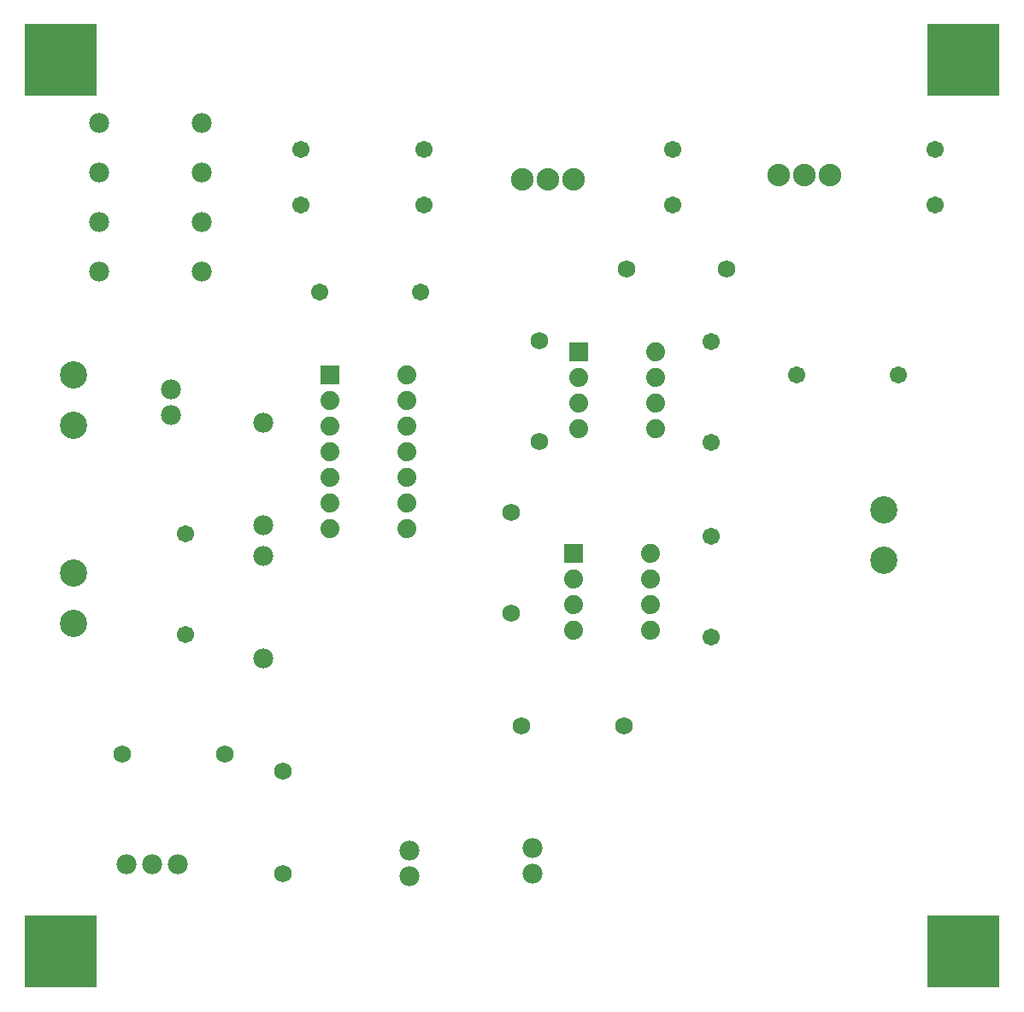
<source format=gts>
G04 Layer_Color=8388736*
%FSLAX25Y25*%
%MOIN*%
G70*
G01*
G75*
%ADD27C,0.07800*%
%ADD28C,0.06800*%
%ADD29C,0.10642*%
%ADD30C,0.06706*%
%ADD31R,0.07400X0.07400*%
%ADD32C,0.07400*%
%ADD33C,0.08800*%
%ADD34R,0.28359X0.28359*%
D27*
X99500Y-161000D02*
D03*
Y-201000D02*
D03*
Y-213000D02*
D03*
Y-253000D02*
D03*
X204500Y-327000D02*
D03*
Y-337000D02*
D03*
X66000Y-333500D02*
D03*
X56000D02*
D03*
X46000D02*
D03*
X35500Y-102000D02*
D03*
X75500D02*
D03*
X156500Y-328000D02*
D03*
Y-338000D02*
D03*
X35500Y-44000D02*
D03*
X75500D02*
D03*
Y-82667D02*
D03*
X35500D02*
D03*
X75500Y-63333D02*
D03*
X35500D02*
D03*
X63500Y-148000D02*
D03*
Y-158000D02*
D03*
D28*
X207000Y-168500D02*
D03*
Y-129000D02*
D03*
X84500Y-290500D02*
D03*
X44500D02*
D03*
X107000Y-337000D02*
D03*
Y-297000D02*
D03*
X240000Y-279500D02*
D03*
X200000D02*
D03*
X241000Y-101000D02*
D03*
X280000D02*
D03*
X196000Y-196000D02*
D03*
Y-235500D02*
D03*
D29*
X25500Y-239500D02*
D03*
Y-219815D02*
D03*
X341500Y-214685D02*
D03*
Y-195000D02*
D03*
X25500Y-142500D02*
D03*
Y-162185D02*
D03*
D30*
X69000Y-243870D02*
D03*
Y-204500D02*
D03*
X274000Y-168870D02*
D03*
Y-129500D02*
D03*
Y-244870D02*
D03*
Y-205500D02*
D03*
X121500Y-110000D02*
D03*
X160870D02*
D03*
X307630Y-142500D02*
D03*
X347000D02*
D03*
X259000Y-54347D02*
D03*
Y-76000D02*
D03*
X361500Y-54347D02*
D03*
Y-76000D02*
D03*
X114000Y-54347D02*
D03*
Y-76000D02*
D03*
X162000Y-54347D02*
D03*
Y-76000D02*
D03*
D31*
X125500Y-142500D02*
D03*
X220500Y-212000D02*
D03*
X222500Y-133500D02*
D03*
D32*
X125500Y-152500D02*
D03*
Y-162500D02*
D03*
Y-172500D02*
D03*
Y-182500D02*
D03*
Y-192500D02*
D03*
Y-202500D02*
D03*
X155500D02*
D03*
Y-192500D02*
D03*
Y-182500D02*
D03*
Y-172500D02*
D03*
Y-162500D02*
D03*
Y-152500D02*
D03*
Y-142500D02*
D03*
X220500Y-222000D02*
D03*
Y-232000D02*
D03*
Y-242000D02*
D03*
X250500D02*
D03*
Y-232000D02*
D03*
Y-222000D02*
D03*
Y-212000D02*
D03*
X222500Y-143500D02*
D03*
Y-153500D02*
D03*
Y-163500D02*
D03*
X252500D02*
D03*
Y-153500D02*
D03*
Y-143500D02*
D03*
Y-133500D02*
D03*
D33*
X220500Y-66000D02*
D03*
X210500D02*
D03*
X200500D02*
D03*
X320500Y-64500D02*
D03*
X310500D02*
D03*
X300500D02*
D03*
D34*
X20500Y-367500D02*
D03*
X372500D02*
D03*
Y-19500D02*
D03*
X20500D02*
D03*
M02*

</source>
